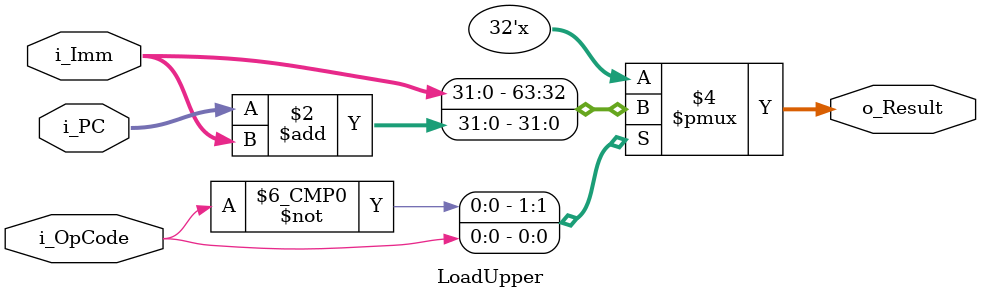
<source format=v>
`timescale 1ns / 1ps

module LoadUpper(
    input i_OpCode,

    input [31:0]i_PC,
    input [31:0]i_Imm,

    output reg [31:0]o_Result
    );

    //The various LoadUpper operations
    parameter LU_LUI    = 1'd0;
    parameter LU_AUIPC  = 1'd1;
    
    initial begin
        o_Result <= 0;    
    end

    always @(*) begin
        
        case (i_OpCode)
            LU_LUI:begin
                o_Result <= i_Imm;
            end
            LU_AUIPC:begin
                o_Result <= i_PC + i_Imm;
            end  
            default:begin
                o_Result <= 32'b0;
            end  
        endcase
    end

endmodule
</source>
